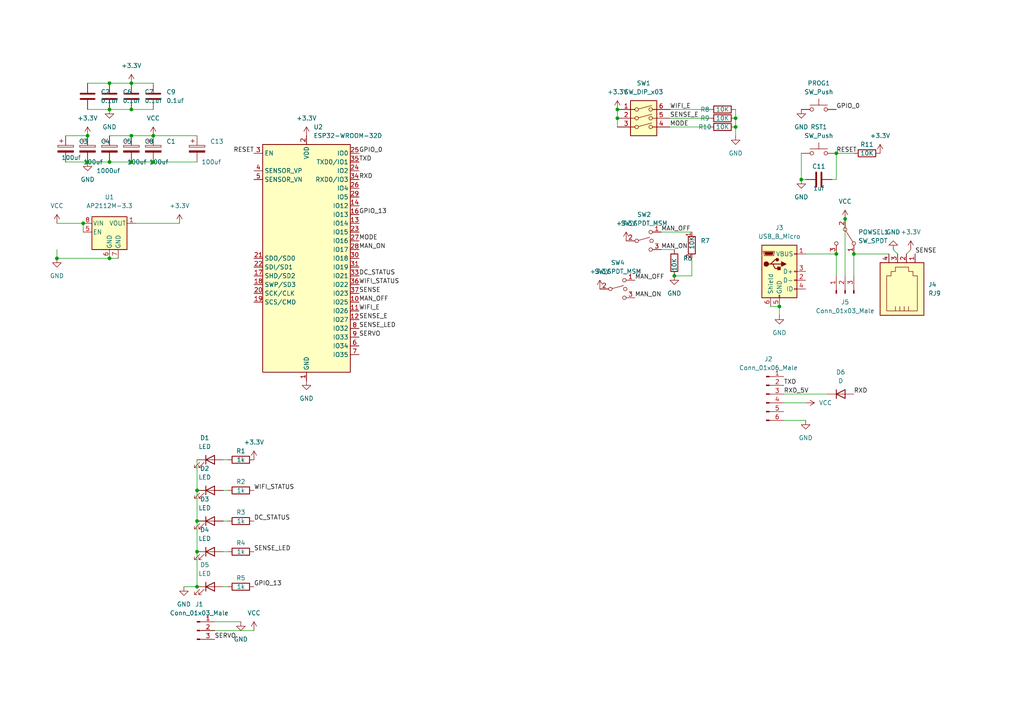
<source format=kicad_sch>
(kicad_sch (version 20211123) (generator eeschema)
  (paper "A4")
  (lib_symbols
    (symbol "Connector:Conn_01x03_Male" (pin_names (offset 1.016) hide)
      (property "Reference" "J" (at 0 5.08 0))
      (property "Value" "Conn_01x03_Male" (at 0 -5.08 0))
      (symbol "Conn_01x03_Male_1_1"
        (polyline (pts (xy 1.27 -2.54) (xy 0.8636 -2.54)) (stroke (width 0.1524)))
        (polyline (pts (xy 1.27 0) (xy 0.8636 0)) (stroke (width 0.1524)))
        (polyline (pts (xy 1.27 2.54) (xy 0.8636 2.54)) (stroke (width 0.1524)))
        (rectangle (start 0.8636 -2.413) (end 0 -2.667) (stroke (width 0.1524)) (fill (type outline)))
        (rectangle (start 0.8636 0.127) (end 0 -0.127) (stroke (width 0.1524)) (fill (type outline)))
        (rectangle (start 0.8636 2.667) (end 0 2.413) (stroke (width 0.1524)) (fill (type outline)))
        (pin passive line (at 5.08 2.54 180) (length 3.81) (name "Pin_1") (number "1"))
        (pin passive line (at 5.08 0 180) (length 3.81) (name "Pin_2") (number "2"))
        (pin passive line (at 5.08 -2.54 180) (length 3.81) (name "Pin_3") (number "3"))
      )
    )
    (symbol "Connector:Conn_01x06_Male" (pin_names (offset 1.016) hide)
      (property "Reference" "J" (at 0 7.62 0))
      (property "Value" "Conn_01x06_Male" (at 0 -10.16 0))
      (symbol "Conn_01x06_Male_1_1"
        (polyline (pts (xy 1.27 -7.62) (xy 0.8636 -7.62)) (stroke (width 0.1524)))
        (polyline (pts (xy 1.27 -5.08) (xy 0.8636 -5.08)) (stroke (width 0.1524)))
        (polyline (pts (xy 1.27 -2.54) (xy 0.8636 -2.54)) (stroke (width 0.1524)))
        (polyline (pts (xy 1.27 0) (xy 0.8636 0)) (stroke (width 0.1524)))
        (polyline (pts (xy 1.27 2.54) (xy 0.8636 2.54)) (stroke (width 0.1524)))
        (polyline (pts (xy 1.27 5.08) (xy 0.8636 5.08)) (stroke (width 0.1524)))
        (rectangle (start 0.8636 -7.493) (end 0 -7.747) (stroke (width 0.1524)) (fill (type outline)))
        (rectangle (start 0.8636 -4.953) (end 0 -5.207) (stroke (width 0.1524)) (fill (type outline)))
        (rectangle (start 0.8636 -2.413) (end 0 -2.667) (stroke (width 0.1524)) (fill (type outline)))
        (rectangle (start 0.8636 0.127) (end 0 -0.127) (stroke (width 0.1524)) (fill (type outline)))
        (rectangle (start 0.8636 2.667) (end 0 2.413) (stroke (width 0.1524)) (fill (type outline)))
        (rectangle (start 0.8636 5.207) (end 0 4.953) (stroke (width 0.1524)) (fill (type outline)))
        (pin passive line (at 5.08 5.08 180) (length 3.81) (name "Pin_1") (number "1"))
        (pin passive line (at 5.08 2.54 180) (length 3.81) (name "Pin_2") (number "2"))
        (pin passive line (at 5.08 0 180) (length 3.81) (name "Pin_3") (number "3"))
        (pin passive line (at 5.08 -2.54 180) (length 3.81) (name "Pin_4") (number "4"))
        (pin passive line (at 5.08 -5.08 180) (length 3.81) (name "Pin_5") (number "5"))
        (pin passive line (at 5.08 -7.62 180) (length 3.81) (name "Pin_6") (number "6"))
      )
    )
    (symbol "Connector:RJ9" (pin_names (offset 1.016))
      (property "Reference" "J" (at -5.08 8.89 0))
      (property "Value" "RJ9" (at 2.54 8.89 0))
      (symbol "RJ9_0_1"
        (polyline (pts (xy -6.35 -0.635) (xy -5.08 -0.635) (xy -5.08 -0.635)))
        (polyline (pts (xy -6.35 0.635) (xy -5.08 0.635) (xy -5.08 0.635)))
        (polyline (pts (xy -6.35 1.905) (xy -5.08 1.905) (xy -5.08 1.905)))
        (polyline (pts (xy -6.35 3.175) (xy -5.08 3.175) (xy -5.08 3.175)))
        (polyline (pts (xy -6.35 -3.175) (xy -6.35 5.715) (xy -1.27 5.715) (xy 3.81 5.715) (xy 3.81 4.445) (xy 5.08 4.445) (xy 5.08 3.175) (xy 6.35 3.175) (xy 6.35 -0.635) (xy 5.08 -0.635) (xy 5.08 -1.905) (xy 3.81 -1.905) (xy 3.81 -3.175) (xy -6.35 -3.175) (xy -6.35 -3.175)))
        (rectangle (start 7.62 7.62) (end -7.62 -5.08) (stroke (width 0.254)) (fill (type background)))
      )
      (symbol "RJ9_1_1"
        (pin passive line (at 10.16 -2.54 180) (length 2.54) (name "~") (number "1"))
        (pin passive line (at 10.16 0 180) (length 2.54) (name "~") (number "2"))
        (pin passive line (at 10.16 2.54 180) (length 2.54) (name "~") (number "3"))
        (pin passive line (at 10.16 5.08 180) (length 2.54) (name "~") (number "4"))
      )
    )
    (symbol "Connector:USB_B_Micro" (pin_names (offset 1.016))
      (property "Reference" "J" (at -5.08 11.43 0))
      (property "Value" "USB_B_Micro" (at -5.08 8.89 0))
      (symbol "USB_B_Micro_0_1"
        (rectangle (start -5.08 -7.62) (end 5.08 7.62) (stroke (width 0.254)) (fill (type background)))
        (circle (center -3.81 2.159) (radius 0.635) (stroke (width 0.254)) (fill (type outline)))
        (circle (center -0.635 3.429) (radius 0.381) (stroke (width 0.254)) (fill (type outline)))
        (rectangle (start -0.127 -7.62) (end 0.127 -6.858))
        (polyline (pts (xy -1.905 2.159) (xy 0.635 2.159)) (stroke (width 0.254)))
        (polyline (pts (xy -3.175 2.159) (xy -2.54 2.159) (xy -1.27 3.429) (xy -0.635 3.429)) (stroke (width 0.254)))
        (polyline (pts (xy -2.54 2.159) (xy -1.905 2.159) (xy -1.27 0.889) (xy 0 0.889)) (stroke (width 0.254)))
        (polyline (pts (xy 0.635 2.794) (xy 0.635 1.524) (xy 1.905 2.159) (xy 0.635 2.794)) (stroke (width 0.254)) (fill (type outline)))
        (polyline (pts (xy -4.318 5.588) (xy -1.778 5.588) (xy -2.032 4.826) (xy -4.064 4.826) (xy -4.318 5.588)) (fill (type outline)))
        (polyline (pts (xy -4.699 5.842) (xy -4.699 5.588) (xy -4.445 4.826) (xy -4.445 4.572) (xy -1.651 4.572) (xy -1.651 4.826) (xy -1.397 5.588) (xy -1.397 5.842) (xy -4.699 5.842)))
        (rectangle (start 0.254 1.27) (end -0.508 0.508) (stroke (width 0.254)) (fill (type outline)))
        (rectangle (start 5.08 -5.207) (end 4.318 -4.953))
        (rectangle (start 5.08 -2.667) (end 4.318 -2.413))
        (rectangle (start 5.08 -0.127) (end 4.318 0.127))
        (rectangle (start 5.08 4.953) (end 4.318 5.207))
      )
      (symbol "USB_B_Micro_1_1"
        (pin power_out line (at 7.62 5.08 180) (length 2.54) (name "VBUS") (number "1"))
        (pin bidirectional line (at 7.62 -2.54 180) (length 2.54) (name "D-") (number "2"))
        (pin bidirectional line (at 7.62 0 180) (length 2.54) (name "D+") (number "3"))
        (pin passive line (at 7.62 -5.08 180) (length 2.54) (name "ID") (number "4"))
        (pin power_out line (at 0 -10.16 90) (length 2.54) (name "GND") (number "5"))
        (pin passive line (at -2.54 -10.16 90) (length 2.54) (name "Shield") (number "6"))
      )
    )
    (symbol "Device:C" (pin_numbers hide) (pin_names (offset 0.254))
      (property "Reference" "C" (at 0.635 2.54 0))
      (property "Value" "C" (at 0.635 -2.54 0))
      (symbol "C_0_1"
        (polyline (pts (xy -2.032 -0.762) (xy 2.032 -0.762)) (stroke (width 0.508)))
        (polyline (pts (xy -2.032 0.762) (xy 2.032 0.762)) (stroke (width 0.508)))
      )
      (symbol "C_1_1"
        (pin passive line (at 0 3.81 270) (length 2.794) (name "~") (number "1"))
        (pin passive line (at 0 -3.81 90) (length 2.794) (name "~") (number "2"))
      )
    )
    (symbol "Device:C_Polarized" (pin_numbers hide) (pin_names (offset 0.254))
      (property "Reference" "C" (at 0.635 2.54 0))
      (property "Value" "C_Polarized" (at 0.635 -2.54 0))
      (symbol "C_Polarized_0_1"
        (rectangle (start -2.286 0.508) (end 2.286 1.016))
        (polyline (pts (xy -1.778 2.286) (xy -0.762 2.286)))
        (polyline (pts (xy -1.27 2.794) (xy -1.27 1.778)))
        (rectangle (start 2.286 -0.508) (end -2.286 -1.016) (fill (type outline)))
      )
      (symbol "C_Polarized_1_1"
        (pin passive line (at 0 3.81 270) (length 2.794) (name "~") (number "1"))
        (pin passive line (at 0 -3.81 90) (length 2.794) (name "~") (number "2"))
      )
    )
    (symbol "Device:D" (pin_numbers hide) (pin_names (offset 1.016) hide)
      (property "Reference" "D" (at 0 2.54 0))
      (property "Value" "D" (at 0 -2.54 0))
      (symbol "D_0_1"
        (polyline (pts (xy -1.27 1.27) (xy -1.27 -1.27)) (stroke (width 0.254)))
        (polyline (pts (xy 1.27 0) (xy -1.27 0)))
        (polyline (pts (xy 1.27 1.27) (xy 1.27 -1.27) (xy -1.27 0) (xy 1.27 1.27)) (stroke (width 0.254)))
      )
      (symbol "D_1_1"
        (pin passive line (at -3.81 0 0) (length 2.54) (name "K") (number "1"))
        (pin passive line (at 3.81 0 180) (length 2.54) (name "A") (number "2"))
      )
    )
    (symbol "Device:LED" (pin_numbers hide) (pin_names (offset 1.016) hide)
      (property "Reference" "D" (at 0 2.54 0))
      (property "Value" "LED" (at 0 -2.54 0))
      (symbol "LED_0_1"
        (polyline (pts (xy -1.27 -1.27) (xy -1.27 1.27)) (stroke (width 0.254)))
        (polyline (pts (xy -1.27 0) (xy 1.27 0)))
        (polyline (pts (xy 1.27 -1.27) (xy 1.27 1.27) (xy -1.27 0) (xy 1.27 -1.27)) (stroke (width 0.254)))
        (polyline (pts (xy -3.048 -0.762) (xy -4.572 -2.286) (xy -3.81 -2.286) (xy -4.572 -2.286) (xy -4.572 -1.524)))
        (polyline (pts (xy -1.778 -0.762) (xy -3.302 -2.286) (xy -2.54 -2.286) (xy -3.302 -2.286) (xy -3.302 -1.524)))
      )
      (symbol "LED_1_1"
        (pin passive line (at -3.81 0 0) (length 2.54) (name "K") (number "1"))
        (pin passive line (at 3.81 0 180) (length 2.54) (name "A") (number "2"))
      )
    )
    (symbol "Device:R" (pin_numbers hide) (pin_names (offset 0))
      (property "Reference" "R" (at 2.032 0 90))
      (property "Value" "R" (at 0 0 90))
      (symbol "R_0_1"
        (rectangle (start -1.016 -2.54) (end 1.016 2.54) (stroke (width 0.254)))
      )
      (symbol "R_1_1"
        (pin passive line (at 0 3.81 270) (length 1.27) (name "~") (number "1"))
        (pin passive line (at 0 -3.81 90) (length 1.27) (name "~") (number "2"))
      )
    )
    (symbol "RF_Module:ESP32-WROOM-32D"
      (property "Reference" "U" (at -12.7 34.29 0))
      (property "Value" "ESP32-WROOM-32D" (at 1.27 34.29 0))
      (symbol "ESP32-WROOM-32D_0_1"
        (rectangle (start -12.7 33.02) (end 12.7 -33.02) (stroke (width 0.254)) (fill (type background)))
      )
      (symbol "ESP32-WROOM-32D_1_1"
        (pin power_in line (at 0 -35.56 90) (length 2.54) (name "GND") (number "1"))
        (pin bidirectional line (at 15.24 -12.7 180) (length 2.54) (name "IO25") (number "10"))
        (pin bidirectional line (at 15.24 -15.24 180) (length 2.54) (name "IO26") (number "11"))
        (pin bidirectional line (at 15.24 -17.78 180) (length 2.54) (name "IO27") (number "12"))
        (pin bidirectional line (at 15.24 10.16 180) (length 2.54) (name "IO14") (number "13"))
        (pin bidirectional line (at 15.24 15.24 180) (length 2.54) (name "IO12") (number "14"))
        (pin passive line (at 0 -35.56 90) (length 2.54) hide (name "GND") (number "15"))
        (pin bidirectional line (at 15.24 12.7 180) (length 2.54) (name "IO13") (number "16"))
        (pin bidirectional line (at -15.24 -5.08 0) (length 2.54) (name "SHD/SD2") (number "17"))
        (pin bidirectional line (at -15.24 -7.62 0) (length 2.54) (name "SWP/SD3") (number "18"))
        (pin bidirectional line (at -15.24 -12.7 0) (length 2.54) (name "SCS/CMD") (number "19"))
        (pin power_in line (at 0 35.56 270) (length 2.54) (name "VDD") (number "2"))
        (pin bidirectional line (at -15.24 -10.16 0) (length 2.54) (name "SCK/CLK") (number "20"))
        (pin bidirectional line (at -15.24 0 0) (length 2.54) (name "SDO/SD0") (number "21"))
        (pin bidirectional line (at -15.24 -2.54 0) (length 2.54) (name "SDI/SD1") (number "22"))
        (pin bidirectional line (at 15.24 7.62 180) (length 2.54) (name "IO15") (number "23"))
        (pin bidirectional line (at 15.24 25.4 180) (length 2.54) (name "IO2") (number "24"))
        (pin bidirectional line (at 15.24 30.48 180) (length 2.54) (name "IO0") (number "25"))
        (pin bidirectional line (at 15.24 20.32 180) (length 2.54) (name "IO4") (number "26"))
        (pin bidirectional line (at 15.24 5.08 180) (length 2.54) (name "IO16") (number "27"))
        (pin bidirectional line (at 15.24 2.54 180) (length 2.54) (name "IO17") (number "28"))
        (pin bidirectional line (at 15.24 17.78 180) (length 2.54) (name "IO5") (number "29"))
        (pin input line (at -15.24 30.48 0) (length 2.54) (name "EN") (number "3"))
        (pin bidirectional line (at 15.24 0 180) (length 2.54) (name "IO18") (number "30"))
        (pin bidirectional line (at 15.24 -2.54 180) (length 2.54) (name "IO19") (number "31"))
        (pin no_connect line (at -12.7 -27.94 0) (length 2.54) hide (name "NC") (number "32"))
        (pin bidirectional line (at 15.24 -5.08 180) (length 2.54) (name "IO21") (number "33"))
        (pin bidirectional line (at 15.24 22.86 180) (length 2.54) (name "RXD0/IO3") (number "34"))
        (pin bidirectional line (at 15.24 27.94 180) (length 2.54) (name "TXD0/IO1") (number "35"))
        (pin bidirectional line (at 15.24 -7.62 180) (length 2.54) (name "IO22") (number "36"))
        (pin bidirectional line (at 15.24 -10.16 180) (length 2.54) (name "IO23") (number "37"))
        (pin passive line (at 0 -35.56 90) (length 2.54) hide (name "GND") (number "38"))
        (pin passive line (at 0 -35.56 90) (length 2.54) hide (name "GND") (number "39"))
        (pin input line (at -15.24 25.4 0) (length 2.54) (name "SENSOR_VP") (number "4"))
        (pin input line (at -15.24 22.86 0) (length 2.54) (name "SENSOR_VN") (number "5"))
        (pin input line (at 15.24 -25.4 180) (length 2.54) (name "IO34") (number "6"))
        (pin input line (at 15.24 -27.94 180) (length 2.54) (name "IO35") (number "7"))
        (pin bidirectional line (at 15.24 -20.32 180) (length 2.54) (name "IO32") (number "8"))
        (pin bidirectional line (at 15.24 -22.86 180) (length 2.54) (name "IO33") (number "9"))
      )
    )
    (symbol "R_1" (pin_names (offset 0))
      (property "Reference" "R" (at 2.032 0 90))
      (property "Value" "R_1" (at 0 0 90))
      (symbol "R_1_0_1"
        (rectangle (start -1.016 -2.54) (end 1.016 2.54) (stroke (width 0.254)))
      )
      (symbol "R_1_1_1"
        (pin passive line (at 0 3.81 270) (length 1.27) (name "~") (number "1"))
        (pin passive line (at 0 -3.81 90) (length 1.27) (name "~") (number "2"))
      )
    )
    (symbol "Regulator_Linear:AP2112K-3.3" (pin_names (offset 0.254))
      (property "Reference" "U?" (at 0 10.16 0))
      (property "Value" "AP2112M-3.3" (at 0 7.62 0))
      (symbol "AP2112K-3.3_0_1"
        (rectangle (start -5.08 4.445) (end 5.08 -5.08) (stroke (width 0.254)) (fill (type background)))
      )
      (symbol "AP2112K-3.3_1_1"
        (pin power_out line (at 7.62 2.54 180) (length 2.54) (name "VOUT") (number "1"))
        (pin no_connect line (at 5.08 0 180) (length 2.54) hide (name "NC") (number "4"))
        (pin input line (at -7.62 0 0) (length 2.54) (name "EN") (number "5"))
        (pin power_in line (at 0 -7.62 90) (length 2.54) (name "GND") (number "6"))
        (pin power_in line (at 2.54 -7.62 90) (length 2.54) (name "GND") (number "7"))
        (pin power_in line (at -7.62 2.54 0) (length 2.54) (name "VIN") (number "8"))
      )
    )
    (symbol "Switch:SW_DIP_x03" (pin_names (offset 0) hide)
      (property "Reference" "SW" (at 0 8.89 0))
      (property "Value" "SW_DIP_x03" (at 0 -3.81 0))
      (symbol "SW_DIP_x03_0_0"
        (circle (center -2.032 0) (radius 0.508))
        (circle (center -2.032 2.54) (radius 0.508))
        (circle (center -2.032 5.08) (radius 0.508))
        (polyline (pts (xy -1.524 0.127) (xy 2.3622 1.1684)))
        (polyline (pts (xy -1.524 2.667) (xy 2.3622 3.7084)))
        (polyline (pts (xy -1.524 5.207) (xy 2.3622 6.2484)))
        (circle (center 2.032 0) (radius 0.508))
        (circle (center 2.032 2.54) (radius 0.508))
        (circle (center 2.032 5.08) (radius 0.508))
      )
      (symbol "SW_DIP_x03_0_1"
        (rectangle (start -3.81 7.62) (end 3.81 -2.54) (stroke (width 0.254)) (fill (type background)))
      )
      (symbol "SW_DIP_x03_1_1"
        (pin passive line (at -7.62 5.08 0) (length 5.08) (name "~") (number "1"))
        (pin passive line (at -7.62 2.54 0) (length 5.08) (name "~") (number "2"))
        (pin passive line (at -7.62 0 0) (length 5.08) (name "~") (number "3"))
        (pin passive line (at 7.62 0 180) (length 5.08) (name "~") (number "4"))
        (pin passive line (at 7.62 2.54 180) (length 5.08) (name "~") (number "5"))
        (pin passive line (at 7.62 5.08 180) (length 5.08) (name "~") (number "6"))
      )
    )
    (symbol "Switch:SW_Push" (pin_numbers hide) (pin_names (offset 1.016) hide)
      (property "Reference" "SW" (at 1.27 2.54 0))
      (property "Value" "SW_Push" (at 0 -1.524 0))
      (symbol "SW_Push_0_1"
        (circle (center -2.032 0) (radius 0.508))
        (polyline (pts (xy 0 1.27) (xy 0 3.048)))
        (polyline (pts (xy 2.54 1.27) (xy -2.54 1.27)))
        (circle (center 2.032 0) (radius 0.508))
        (pin passive line (at -5.08 0 0) (length 2.54) (name "1") (number "1"))
        (pin passive line (at 5.08 0 180) (length 2.54) (name "2") (number "2"))
      )
    )
    (symbol "Switch:SW_SPDT" (pin_names (offset 0) hide)
      (property "Reference" "SW" (at 0 4.318 0))
      (property "Value" "SW_SPDT" (at 0 -5.08 0))
      (symbol "SW_SPDT_0_0"
        (circle (center -2.032 0) (radius 0.508))
        (circle (center 2.032 -2.54) (radius 0.508))
      )
      (symbol "SW_SPDT_0_1"
        (polyline (pts (xy -1.524 0.254) (xy 1.651 2.286)))
        (circle (center 2.032 2.54) (radius 0.508))
      )
      (symbol "SW_SPDT_1_1"
        (pin passive line (at 5.08 2.54 180) (length 2.54) (name "A") (number "1"))
        (pin passive line (at -5.08 0 0) (length 2.54) (name "B") (number "2"))
        (pin passive line (at 5.08 -2.54 180) (length 2.54) (name "C") (number "3"))
      )
    )
    (symbol "Switch:SW_SPDT_MSM" (pin_names (offset 0) hide)
      (property "Reference" "SW" (at 0 5.08 0))
      (property "Value" "SW_SPDT_MSM" (at 0 -5.08 0))
      (symbol "SW_SPDT_MSM_0_0"
        (circle (center -2.032 0) (radius 0.508))
        (polyline (pts (xy -1.524 0.127) (xy 1.778 1.016)))
        (circle (center 2.032 -2.54) (radius 0.508))
      )
      (symbol "SW_SPDT_MSM_0_1"
        (circle (center 2.032 2.54) (radius 0.508))
        (circle (center 2.286 0) (radius 0.508))
      )
      (symbol "SW_SPDT_MSM_1_1"
        (pin passive line (at 5.08 2.54 180) (length 2.54) (name "1") (number "1"))
        (pin passive line (at -5.08 0 0) (length 2.54) (name "2") (number "2"))
        (pin passive line (at 5.08 -2.54 180) (length 2.54) (name "3") (number "3"))
      )
    )
    (symbol "power:+3.3V" (power) (pin_names (offset 0))
      (property "Value" "+3.3V" (at 0 3.556 0))
      (symbol "+3.3V_0_1"
        (polyline (pts (xy -0.762 1.27) (xy 0 2.54)))
        (polyline (pts (xy 0 0) (xy 0 2.54)))
        (polyline (pts (xy 0 2.54) (xy 0.762 1.27)))
      )
      (symbol "+3.3V_1_1"
        (pin power_in line (at 0 0 90) (length 0) hide (name "+3.3V") (number "1"))
      )
    )
    (symbol "power:GND" (power) (pin_names (offset 0))
      (property "Value" "GND" (at 0 -3.81 0))
      (symbol "GND_0_1"
        (polyline (pts (xy 0 0) (xy 0 -1.27) (xy 1.27 -1.27) (xy 0 -2.54) (xy -1.27 -1.27) (xy 0 -1.27)))
      )
      (symbol "GND_1_1"
        (pin power_in line (at 0 0 270) (length 0) hide (name "GND") (number "1"))
      )
    )
    (symbol "power:VCC" (power) (pin_names (offset 0))
      (property "Value" "VCC" (at 0 3.81 0))
      (symbol "VCC_0_1"
        (polyline (pts (xy -0.762 1.27) (xy 0 2.54)))
        (polyline (pts (xy 0 0) (xy 0 2.54)))
        (polyline (pts (xy 0 2.54) (xy 0.762 1.27)))
      )
      (symbol "VCC_1_1"
        (pin power_in line (at 0 0 90) (length 0) hide (name "VCC") (number "1"))
      )
    )
  )
  (junction (at 31.75 31.75))
  (junction (at 57.15 142.24))
  (junction (at 44.45 46.99))
  (junction (at 57.15 151.13))
  (junction (at 31.75 24.13))
  (junction (at 245.11 63.5))
  (junction (at 195.58 80.01))
  (junction (at 38.1 46.99))
  (junction (at 24.13 64.77))
  (junction (at 57.15 170.18))
  (junction (at 25.4 39.37))
  (junction (at 38.1 31.75))
  (junction (at 38.1 39.37))
  (junction (at 247.65 73.66))
  (junction (at 31.75 46.99))
  (junction (at 232.41 52.07))
  (junction (at 31.75 74.93))
  (junction (at 242.57 73.66))
  (junction (at 179.07 34.29))
  (junction (at 213.36 36.83))
  (junction (at 213.36 34.29))
  (junction (at 44.45 39.37))
  (junction (at 38.1 24.13))
  (junction (at 226.06 88.9))
  (junction (at 242.57 44.45))
  (junction (at 57.15 160.02))
  (junction (at 25.4 46.99))
  (junction (at 179.07 31.75))
  (junction (at 16.51 74.93))
  (wire (pts (xy 38.1 39.37) (xy 44.45 39.37)))
  (wire (pts (xy 31.75 39.37) (xy 38.1 39.37)))
  (wire (pts (xy 223.52 88.9) (xy 226.06 88.9)))
  (wire (pts (xy 25.4 46.99) (xy 31.75 46.99)))
  (wire (pts (xy 264.16 72.39) (xy 262.89 73.66)))
  (wire (pts (xy 247.65 73.66) (xy 257.81 73.66)))
  (wire (pts (xy 191.77 72.39) (xy 195.58 72.39)))
  (wire (pts (xy 19.05 46.99) (xy 25.4 46.99)))
  (wire (pts (xy 25.4 31.75) (xy 31.75 31.75)))
  (wire (pts (xy 64.77 170.18) (xy 66.04 170.18)))
  (wire (pts (xy 227.33 121.92) (xy 233.68 121.92)))
  (wire (pts (xy 44.45 39.37) (xy 57.15 39.37)))
  (wire (pts (xy 38.1 24.13) (xy 44.45 24.13)))
  (wire (pts (xy 64.77 133.35) (xy 66.04 133.35)))
  (wire (pts (xy 179.07 34.29) (xy 179.07 36.83)))
  (wire (pts (xy 25.4 24.13) (xy 31.75 24.13)))
  (wire (pts (xy 245.11 63.5) (xy 245.11 80.01)))
  (wire (pts (xy 16.51 64.77) (xy 24.13 64.77)))
  (wire (pts (xy 24.13 64.77) (xy 24.13 67.31)))
  (wire (pts (xy 195.58 80.01) (xy 200.66 80.01)))
  (wire (pts (xy 232.41 44.45) (xy 232.41 52.07)))
  (wire (pts (xy 64.77 160.02) (xy 66.04 160.02)))
  (wire (pts (xy 213.36 34.29) (xy 213.36 36.83)))
  (wire (pts (xy 194.31 31.75) (xy 205.74 31.75)))
  (wire (pts (xy 232.41 52.07) (xy 233.68 52.07)))
  (wire (pts (xy 227.33 116.84) (xy 233.68 116.84)))
  (wire (pts (xy 16.51 72.39) (xy 16.51 74.93)))
  (wire (pts (xy 38.1 46.99) (xy 44.45 46.99)))
  (wire (pts (xy 62.23 180.34) (xy 69.85 180.34)))
  (wire (pts (xy 227.33 114.3) (xy 240.03 114.3)))
  (wire (pts (xy 213.36 36.83) (xy 213.36 39.37)))
  (wire (pts (xy 44.45 46.99) (xy 57.15 46.99)))
  (wire (pts (xy 57.15 133.35) (xy 57.15 142.24)))
  (wire (pts (xy 62.23 182.88) (xy 73.66 182.88)))
  (wire (pts (xy 57.15 142.24) (xy 57.15 151.13)))
  (wire (pts (xy 57.15 151.13) (xy 57.15 160.02)))
  (wire (pts (xy 16.51 74.93) (xy 31.75 74.93)))
  (wire (pts (xy 39.37 64.77) (xy 52.07 64.77)))
  (wire (pts (xy 194.31 34.29) (xy 205.74 34.29)))
  (wire (pts (xy 53.34 170.18) (xy 57.15 170.18)))
  (wire (pts (xy 57.15 160.02) (xy 57.15 170.18)))
  (wire (pts (xy 242.57 44.45) (xy 247.65 44.45)))
  (wire (pts (xy 64.77 151.13) (xy 66.04 151.13)))
  (wire (pts (xy 31.75 31.75) (xy 38.1 31.75)))
  (wire (pts (xy 64.77 142.24) (xy 66.04 142.24)))
  (wire (pts (xy 38.1 31.75) (xy 44.45 31.75)))
  (wire (pts (xy 191.77 67.31) (xy 200.66 67.31)))
  (wire (pts (xy 200.66 80.01) (xy 200.66 74.93)))
  (wire (pts (xy 194.31 36.83) (xy 205.74 36.83)))
  (wire (pts (xy 233.68 73.66) (xy 242.57 73.66)))
  (wire (pts (xy 226.06 88.9) (xy 226.06 91.44)))
  (wire (pts (xy 213.36 31.75) (xy 213.36 34.29)))
  (wire (pts (xy 247.65 73.66) (xy 247.65 80.01)))
  (wire (pts (xy 31.75 24.13) (xy 38.1 24.13)))
  (wire (pts (xy 259.08 72.39) (xy 260.35 73.66)))
  (wire (pts (xy 31.75 46.99) (xy 38.1 46.99)))
  (wire (pts (xy 242.57 73.66) (xy 242.57 80.01)))
  (wire (pts (xy 179.07 31.75) (xy 179.07 34.29)))
  (wire (pts (xy 242.57 52.07) (xy 242.57 44.45)))
  (wire (pts (xy 31.75 74.93) (xy 34.29 74.93)))
  (wire (pts (xy 19.05 39.37) (xy 25.4 39.37)))
  (wire (pts (xy 241.3 52.07) (xy 242.57 52.07)))
  (label "RESET" (at 242.57 44.45 0))
  (label "GPIO_13" (at 73.66 170.18 0))
  (label "SENSE_E" (at 104.14 92.71 0))
  (label "MODE" (at 194.31 36.83 0))
  (label "TXD" (at 104.14 46.99 0))
  (label "WIFI_E" (at 194.31 31.75 0))
  (label "WIFI_STATUS" (at 104.14 82.55 0))
  (label "GPIO_0" (at 242.57 31.75 0))
  (label "TXD" (at 227.33 111.76 0))
  (label "RXD" (at 247.65 114.3 0))
  (label "SENSE_E" (at 194.31 34.29 0))
  (label "SERVO" (at 104.14 97.79 0))
  (label "RESET" (at 73.66 44.45 180))
  (label "RXD_5V" (at 227.33 114.3 0))
  (label "SENSE" (at 104.14 85.09 0))
  (label "MAN_OFF" (at 191.77 67.31 0))
  (label "WIFI_STATUS" (at 73.66 142.24 0))
  (label "SENSE" (at 265.43 73.66 0))
  (label "MAN_ON" (at 184.15 86.36 0))
  (label "MODE" (at 104.14 69.85 0))
  (label "MAN_OFF" (at 184.15 81.28 0))
  (label "GPIO_0" (at 104.14 44.45 0))
  (label "DC_STATUS" (at 104.14 80.01 0))
  (label "GPIO_13" (at 104.14 62.23 0))
  (label "MAN_ON" (at 191.77 72.39 0))
  (label "MAN_ON" (at 104.14 72.39 0))
  (label "SENSE_LED" (at 73.66 160.02 0))
  (label "MAN_OFF" (at 104.14 87.63 0))
  (label "WIFI_E" (at 104.14 90.17 0))
  (label "SENSE_LED" (at 104.14 95.25 0))
  (label "RXD" (at 104.14 52.07 0))
  (label "DC_STATUS" (at 73.66 151.13 0))
  (label "SERVO" (at 62.23 185.42 0))
  (symbol (lib_id "power:GND") (at 31.75 31.75 0) (unit 1)
    (property "Reference" "#PWR0109" (effects hide))
    (property "Value" "GND" (at 31.75 36.83 0))
  )
  (symbol (lib_id "Device:C") (at 25.4 27.94 0) (unit 1)
    (property "Reference" "C2" (at 29.21 26.6699 0) (effects (justify left)))
    (property "Value" "0.1uf" (at 29.21 29.2099 0) (effects (justify left)))
    (property "Footprint" "Capacitor_SMD:C_1206_3216Metric_Pad1.33x1.80mm_HandSolder" (effects hide))
  )
  (symbol (lib_id "Device:R") (at 251.46 44.45 90) (unit 1)
    (property "Reference" "R11" (at 251.46 41.91 90))
    (property "Value" "10K" (at 251.46 44.45 90))
    (property "Footprint" "Resistor_SMD:R_1206_3216Metric_Pad1.30x1.75mm_HandSolder" (effects hide))
  )
  (symbol (lib_id "Device:LED") (at 60.96 170.18 0) (unit 1)
    (property "Reference" "D5" (at 59.3725 163.83 0))
    (property "Value" "LED" (at 59.3725 166.37 0))
    (property "Footprint" "LED_SMD:LED_1206_3216Metric_Pad1.42x1.75mm_HandSolder" (effects hide))
  )
  (symbol (lib_id "Switch:SW_Push") (at 237.49 31.75 0) (unit 1)
    (property "Reference" "PROG1" (at 237.49 24.13 0))
    (property "Value" "SW_Push" (at 237.49 26.67 0))
    (property "Footprint" "projectLib:pb CKN12301-ND" (effects hide))
    (property "PartNum" "CKN12301-ND" (effects hide))
  )
  (symbol (lib_id "power:GND") (at 213.36 39.37 0) (unit 1)
    (property "Reference" "#PWR0107" (effects hide))
    (property "Value" "GND" (at 213.36 44.45 0))
  )
  (symbol (lib_id "Device:C") (at 38.1 27.94 0) (unit 1)
    (property "Reference" "C7" (at 41.91 26.6699 0) (effects (justify left)))
    (property "Value" "0.1uf" (at 41.91 29.2099 0) (effects (justify left)))
    (property "Footprint" "Capacitor_SMD:C_1206_3216Metric_Pad1.33x1.80mm_HandSolder" (effects hide))
  )
  (symbol (lib_id "power:GND") (at 232.41 52.07 0) (unit 1)
    (property "Reference" "#PWR0117" (effects hide))
    (property "Value" "GND" (at 232.41 57.15 0))
  )
  (symbol (lib_id "power:GND") (at 53.34 170.18 0) (unit 1)
    (property "Reference" "#PWR0125" (effects hide))
    (property "Value" "GND" (at 53.34 175.26 0))
  )
  (symbol (lib_id "power:+3.3V") (at 255.27 44.45 0) (unit 1)
    (property "Reference" "#PWR0122" (effects hide))
    (property "Value" "+3.3V" (at 255.27 39.37 0))
  )
  (symbol (lib_id "power:GND") (at 195.58 80.01 0) (unit 1)
    (property "Reference" "#PWR0105" (effects hide))
    (property "Value" "GND" (at 195.58 85.09 0))
  )
  (symbol (lib_id "power:VCC") (at 73.66 182.88 0) (unit 1)
    (property "Reference" "#PWR0126" (effects hide))
    (property "Value" "VCC" (at 73.66 177.8 0))
  )
  (symbol (lib_id "power:+3.3V") (at 38.1 24.13 0) (unit 1)
    (property "Reference" "#PWR0115" (effects hide))
    (property "Value" "+3.3V" (at 38.1 19.05 0))
  )
  (symbol (lib_id "power:+3.3V") (at 88.9 39.37 0) (unit 1)
    (property "Reference" "#PWR0103" (effects hide))
    (property "Value" "+3.3V" (at 88.9 34.29 0))
  )
  (symbol (lib_id "Device:R") (at 69.85 170.18 90) (unit 1)
    (property "Reference" "R5" (at 69.85 167.64 90))
    (property "Value" "1k" (at 69.85 170.18 90))
    (property "Footprint" "Resistor_SMD:R_1206_3216Metric_Pad1.30x1.75mm_HandSolder" (effects hide))
  )
  (symbol (lib_id "power:VCC") (at 233.68 116.84 270) (unit 1)
    (property "Reference" "#PWR0124" (effects hide))
    (property "Value" "VCC" (at 237.49 116.8399 90) (effects (justify left)))
  )
  (symbol (lib_id "Device:R") (at 209.55 34.29 90) (unit 1)
    (property "Reference" "R9" (at 204.47 34.29 90))
    (property "Value" "10K" (at 209.55 34.29 90))
    (property "Footprint" "Resistor_SMD:R_1206_3216Metric_Pad1.30x1.75mm_HandSolder" (effects hide))
  )
  (symbol (lib_id "power:GND") (at 233.68 121.92 0) (unit 1)
    (property "Reference" "#PWR0123" (effects hide))
    (property "Value" "GND" (at 233.68 127 0))
  )
  (symbol (lib_id "Connector:Conn_01x06_Male") (at 222.25 114.3 0) (unit 1)
    (property "Reference" "J2" (at 222.885 104.14 0))
    (property "Value" "Conn_01x06_Male" (at 222.885 106.68 0))
    (property "Footprint" "00_Adams_footprints:PinHeader_1x06, .1in Lock" (effects hide))
  )
  (symbol (lib_id "Device:R") (at 69.85 151.13 90) (unit 1)
    (property "Reference" "R3" (at 69.85 148.59 90))
    (property "Value" "1k" (at 69.85 151.13 90))
    (property "Footprint" "Resistor_SMD:R_1206_3216Metric_Pad1.30x1.75mm_HandSolder" (effects hide))
  )
  (symbol (lib_id "power:+3.3V") (at 264.16 72.39 0) (unit 1)
    (property "Reference" "#PWR0120" (effects hide))
    (property "Value" "+3.3V" (at 264.16 67.31 0))
  )
  (symbol (lib_id "Device:C_Polarized") (at 44.45 43.18 0) (unit 1)
    (property "Reference" "C1" (at 48.26 41.0209 0) (effects (justify left)))
    (property "Value" "100uf" (at 43.18 46.99 0) (effects (justify left)))
    (property "Footprint" "Capacitor_THT:CP_Radial_D5.0mm_P2.50mm" (effects hide))
  )
  (symbol (lib_id "Device:LED") (at 60.96 151.13 0) (unit 1)
    (property "Reference" "D3" (at 59.3725 144.78 0))
    (property "Value" "LED" (at 59.3725 147.32 0))
    (property "Footprint" "LED_SMD:LED_1206_3216Metric_Pad1.42x1.75mm_HandSolder" (effects hide))
  )
  (symbol (lib_id "power:GND") (at 259.08 72.39 180) (unit 1)
    (property "Reference" "#PWR0121" (effects hide))
    (property "Value" "GND" (at 259.08 67.31 0))
  )
  (symbol (lib_id "power:GND") (at 69.85 180.34 0) (unit 1)
    (property "Reference" "#PWR0127" (effects hide))
    (property "Value" "GND" (at 69.85 185.42 0))
  )
  (symbol (lib_id "Device:D") (at 243.84 114.3 0) (unit 1)
    (property "Reference" "D6" (at 243.84 107.95 0))
    (property "Value" "D" (at 243.84 110.49 0))
    (property "Footprint" "Diode_THT:D_DO-41_SOD81_P3.81mm_Vertical_AnodeUp" (effects hide))
  )
  (symbol (lib_id "Connector:Conn_01x03_Male") (at 245.11 85.09 90) (unit 1)
    (property "Reference" "J5" (at 245.11 87.63 90))
    (property "Value" "Conn_01x03_Male" (at 245.11 90.17 90))
    (property "Footprint" "00_Adams_footprints:PinHeader_1x03_0.1in lock" (effects hide))
  )
  (symbol (lib_id "power:VCC") (at 245.11 63.5 0) (unit 1)
    (property "Reference" "#PWR0116" (effects hide))
    (property "Value" "VCC" (at 245.11 58.42 0))
  )
  (symbol (lib_id "Device:C_Polarized") (at 25.4 43.18 0) (unit 1)
    (property "Reference" "C4" (at 29.21 41.0209 0) (effects (justify left)))
    (property "Value" "100uf" (at 24.13 46.99 0) (effects (justify left)))
    (property "Footprint" "Capacitor_THT:CP_Radial_D5.0mm_P2.50mm" (effects hide))
  )
  (symbol (lib_id "Device:R") (at 209.55 36.83 90) (unit 1)
    (property "Reference" "R10" (at 204.47 36.83 90))
    (property "Value" "10K" (at 209.55 36.83 90))
    (property "Footprint" "Resistor_SMD:R_1206_3216Metric_Pad1.30x1.75mm_HandSolder" (effects hide))
  )
  (symbol (lib_name "R_1") (lib_id "Device:R") (at 200.66 71.12 0) (unit 1)
    (property "Reference" "R7" (at 203.2 69.8499 0) (effects (justify left)))
    (property "Value" "10K" (at 200.66 72.39 90) (effects (justify left)))
    (property "Footprint" "Resistor_SMD:R_1206_3216Metric_Pad1.30x1.75mm_HandSolder" (effects hide))
  )
  (symbol (lib_id "RF_Module:ESP32-WROOM-32D") (at 88.9 74.93 0) (unit 1)
    (property "Reference" "U2" (at 90.9194 36.83 0) (effects (justify left)))
    (property "Value" "ESP32-WROOM-32D" (at 90.9194 39.37 0) (effects (justify left)))
    (property "Footprint" "00_Adams_footprints:ESP32-WROOM-32" (effects hide))
    (property "Datasheet" "https://www.espressif.com/sites/default/files/documentation/esp32-wroom-32d_esp32-wroom-32u_datasheet_en.pdf" (effects hide))
    (property "PartNum" "1965-ESP32-WROOM-32E-H4CT-ND" (effects hide))
  )
  (symbol (lib_id "Device:R") (at 69.85 133.35 90) (unit 1)
    (property "Reference" "R1" (at 69.85 130.81 90))
    (property "Value" "1k" (at 69.85 133.35 90))
    (property "Footprint" "Resistor_SMD:R_1206_3216Metric_Pad1.30x1.75mm_HandSolder" (effects hide))
  )
  (symbol (lib_id "Switch:SW_Push") (at 237.49 44.45 0) (unit 1)
    (property "Reference" "RST1" (at 237.49 36.83 0))
    (property "Value" "SW_Push" (at 237.49 39.37 0))
    (property "Footprint" "projectLib:pb CKN12301-ND" (effects hide))
    (property "PartNum" "CKN12301-ND" (effects hide))
  )
  (symbol (lib_id "Device:C_Polarized") (at 31.75 43.18 0) (unit 1)
    (property "Reference" "C5" (at 35.56 41.0209 0) (effects (justify left)))
    (property "Value" "1000uf" (at 27.94 49.53 0) (effects (justify left)))
    (property "Footprint" "Capacitor_THT:CP_Radial_D12.5mm_P5.00mm" (effects hide))
  )
  (symbol (lib_id "Device:C") (at 44.45 27.94 0) (unit 1)
    (property "Reference" "C9" (at 48.26 26.6699 0) (effects (justify left)))
    (property "Value" "0.1uf" (at 48.26 29.2099 0) (effects (justify left)))
    (property "Footprint" "Capacitor_SMD:C_1206_3216Metric_Pad1.33x1.80mm_HandSolder" (effects hide))
  )
  (symbol (lib_id "Switch:SW_SPDT_MSM") (at 179.07 83.82 0) (unit 1)
    (property "Reference" "SW4" (at 179.197 76.2 0))
    (property "Value" "SW_SPDT_MSM" (at 179.197 78.74 0))
    (property "Footprint" "00_Adams_footprints:400AWMSP3R1BLKM6QE rocker" (effects hide))
    (property "PartNum" "400AWMSP3R1BLKM6QE-ND" (effects hide))
  )
  (symbol (lib_id "Connector:USB_B_Micro") (at 226.06 78.74 0) (unit 1)
    (property "Reference" "J3" (at 226.06 66.04 0))
    (property "Value" "USB_B_Micro" (at 226.06 68.58 0))
    (property "Footprint" "projectLib:usb" (effects hide))
    (property "PartNum" "54-00019T-ND" (effects hide))
  )
  (symbol (lib_id "power:GND") (at 88.9 110.49 0) (unit 1)
    (property "Reference" "#PWR0102" (effects hide))
    (property "Value" "GND" (at 88.9 115.57 0))
  )
  (symbol (lib_id "power:VCC") (at 16.51 64.77 0) (unit 1)
    (property "Reference" "#PWR0112" (effects hide))
    (property "Value" "VCC" (at 16.51 59.69 0))
  )
  (symbol (lib_id "power:GND") (at 25.4 46.99 0) (unit 1)
    (property "Reference" "#PWR0114" (effects hide))
    (property "Value" "GND" (at 25.4 52.07 0))
  )
  (symbol (lib_id "Device:R") (at 195.58 76.2 0) (unit 1)
    (property "Reference" "R6" (at 198.12 74.9299 0) (effects (justify left)))
    (property "Value" "10K" (at 195.58 78.74 90) (effects (justify left)))
    (property "Footprint" "Resistor_SMD:R_1206_3216Metric_Pad1.30x1.75mm_HandSolder" (effects hide))
  )
  (symbol (lib_id "Device:C") (at 237.49 52.07 90) (unit 1)
    (property "Reference" "C11" (at 237.49 48.26 90))
    (property "Value" "1uf" (at 237.49 54.61 90))
    (property "Footprint" "Capacitor_SMD:C_1206_3216Metric_Pad1.33x1.80mm_HandSolder" (effects hide))
  )
  (symbol (lib_id "power:+3.3V") (at 73.66 133.35 0) (unit 1)
    (property "Reference" "#PWR0101" (effects hide))
    (property "Value" "+3.3V" (at 73.66 128.27 0))
  )
  (symbol (lib_id "power:VCC") (at 44.45 39.37 0) (unit 1)
    (property "Reference" "#PWR0111" (effects hide))
    (property "Value" "VCC" (at 44.45 34.29 0))
  )
  (symbol (lib_id "power:+3.3V") (at 181.61 69.85 0) (unit 1)
    (property "Reference" "#PWR0108" (effects hide))
    (property "Value" "+3.3V" (at 181.61 64.77 0))
  )
  (symbol (lib_id "Device:R") (at 69.85 160.02 90) (unit 1)
    (property "Reference" "R4" (at 69.85 157.48 90))
    (property "Value" "1k" (at 69.85 160.02 90))
    (property "Footprint" "Resistor_SMD:R_1206_3216Metric_Pad1.30x1.75mm_HandSolder" (effects hide))
  )
  (symbol (lib_id "Device:LED") (at 60.96 142.24 0) (unit 1)
    (property "Reference" "D2" (at 59.3725 135.89 0))
    (property "Value" "LED" (at 59.3725 138.43 0))
    (property "Footprint" "LED_SMD:LED_1206_3216Metric_Pad1.42x1.75mm_HandSolder" (effects hide))
  )
  (symbol (lib_id "Connector:Conn_01x03_Male") (at 57.15 182.88 0) (unit 1)
    (property "Reference" "J1" (at 57.785 175.26 0))
    (property "Value" "Conn_01x03_Male" (at 57.785 177.8 0))
    (property "Footprint" "00_Adams_footprints:PinHeader_1x03_0.1in lock" (effects hide))
  )
  (symbol (lib_id "Switch:SW_SPDT_MSM") (at 186.69 69.85 0) (unit 1)
    (property "Reference" "SW2" (at 186.817 62.23 0))
    (property "Value" "SW_SPDT_MSM" (at 186.817 64.77 0))
    (property "Footprint" "00_Adams_footprints:BST13T1AVR" (effects hide))
    (property "PartNum" "2449-BST13T1AVR-ND" (effects hide))
  )
  (symbol (lib_id "power:+3.3V") (at 179.07 31.75 0) (unit 1)
    (property "Reference" "#PWR0106" (effects hide))
    (property "Value" "+3.3V" (at 179.07 26.67 0))
  )
  (symbol (lib_id "power:+3.3V") (at 173.99 83.82 0) (unit 1)
    (property "Reference" "#PWR0128" (effects hide))
    (property "Value" "+3.3V" (at 173.99 78.74 0))
  )
  (symbol (lib_id "Device:C") (at 31.75 27.94 0) (unit 1)
    (property "Reference" "C6" (at 35.56 26.6699 0) (effects (justify left)))
    (property "Value" "0.1uf" (at 35.56 29.2099 0) (effects (justify left)))
    (property "Footprint" "Capacitor_SMD:C_1206_3216Metric_Pad1.33x1.80mm_HandSolder" (effects hide))
  )
  (symbol (lib_id "Connector:RJ9") (at 262.89 83.82 90) (unit 1)
    (property "Reference" "J4" (at 269.24 82.5499 90) (effects (justify right)))
    (property "Value" "RJ9" (at 269.24 85.0899 90) (effects (justify right)))
    (property "Footprint" "projectLib:modjack" (effects hide))
    (property "PartNum" "AE10381-ND" (effects hide))
  )
  (symbol (lib_id "power:GND") (at 232.41 31.75 0) (unit 1)
    (property "Reference" "#PWR0119" (effects hide))
    (property "Value" "GND" (at 232.41 36.83 0))
  )
  (symbol (lib_id "Device:LED") (at 60.96 160.02 0) (unit 1)
    (property "Reference" "D4" (at 59.3725 153.67 0))
    (property "Value" "LED" (at 59.3725 156.21 0))
    (property "Footprint" "LED_SMD:LED_1206_3216Metric_Pad1.42x1.75mm_HandSolder" (effects hide))
  )
  (symbol (lib_id "Device:C_Polarized") (at 19.05 43.18 0) (unit 1)
    (property "Reference" "C3" (at 22.86 41.0209 0) (effects (justify left)))
    (property "Value" "100uf" (at 17.78 45.72 0) (effects (justify left)))
    (property "Footprint" "Capacitor_THT:CP_Radial_D5.0mm_P2.50mm" (effects hide))
  )
  (symbol (lib_id "Device:LED") (at 60.96 133.35 0) (unit 1)
    (property "Reference" "D1" (at 59.3725 127 0))
    (property "Value" "LED" (at 59.3725 129.54 0))
    (property "Footprint" "LED_SMD:LED_1206_3216Metric_Pad1.42x1.75mm_HandSolder" (effects hide))
  )
  (symbol (lib_id "power:+3.3V") (at 25.4 39.37 0) (unit 1)
    (property "Reference" "#PWR0110" (effects hide))
    (property "Value" "+3.3V" (at 25.4 34.29 0))
  )
  (symbol (lib_id "power:GND") (at 226.06 91.44 0) (unit 1)
    (property "Reference" "#PWR0118" (effects hide))
    (property "Value" "GND" (at 226.06 96.52 0))
  )
  (symbol (lib_id "Switch:SW_DIP_x03") (at 186.69 36.83 0) (unit 1)
    (property "Reference" "SW1" (at 186.69 24.13 0))
    (property "Value" "SW_DIP_x03" (at 186.69 26.67 0))
    (property "Footprint" "Button_Switch_THT:SW_DIP_SPSTx03_Slide_6.7x9.18mm_W7.62mm_P2.54mm_LowProfile" (effects hide))
    (property "PartNum" "CT2103MS-ND" (effects hide))
  )
  (symbol (lib_id "Regulator_Linear:AP2112K-3.3") (at 31.75 67.31 0) (unit 1)
    (property "Reference" "U1" (at 31.75 57.15 0))
    (property "Value" "AP2112M-3.3" (at 31.75 59.69 0))
    (property "Footprint" "Package_SO:Diodes_SO-8EP" (effects hide))
    (property "Datasheet" "https://www.diodes.com/assets/Datasheets/AP2112.pdf" (effects hide))
    (property "PartNum" "AP2112M-3.3TRG1DICT-ND" (effects hide))
  )
  (symbol (lib_id "Device:C_Polarized") (at 38.1 43.18 0) (unit 1)
    (property "Reference" "C8" (at 41.91 41.0209 0) (effects (justify left)))
    (property "Value" "100uf" (at 36.83 46.99 0) (effects (justify left)))
    (property "Footprint" "Capacitor_THT:CP_Radial_D5.0mm_P2.50mm" (effects hide))
  )
  (symbol (lib_id "power:GND") (at 16.51 74.93 0) (unit 1)
    (property "Reference" "#PWR0113" (effects hide))
    (property "Value" "GND" (at 16.51 80.01 0))
  )
  (symbol (lib_id "Device:C_Polarized") (at 57.15 43.18 0) (unit 1)
    (property "Reference" "C13" (at 60.96 41.0209 0) (effects (justify left)))
    (property "Value" "100uf" (at 58.42 46.99 0) (effects (justify left)))
    (property "Footprint" "Capacitor_THT:CP_Radial_D5.0mm_P2.50mm" (effects hide))
  )
  (symbol (lib_id "power:+3.3V") (at 52.07 64.77 0) (unit 1)
    (property "Reference" "#PWR0104" (effects hide))
    (property "Value" "+3.3V" (at 52.07 59.69 0))
  )
  (symbol (lib_id "Device:R") (at 209.55 31.75 90) (unit 1)
    (property "Reference" "R8" (at 204.47 31.75 90))
    (property "Value" "10K" (at 209.55 31.75 90))
    (property "Footprint" "Resistor_SMD:R_1206_3216Metric_Pad1.30x1.75mm_HandSolder" (effects hide))
  )
  (symbol (lib_id "Device:R") (at 69.85 142.24 90) (unit 1)
    (property "Reference" "R2" (at 69.85 139.7 90))
    (property "Value" "1k" (at 69.85 142.24 90))
    (property "Footprint" "Resistor_SMD:R_1206_3216Metric_Pad1.30x1.75mm_HandSolder" (effects hide))
  )
  (symbol (lib_id "Switch:SW_SPDT") (at 245.11 68.58 270) (unit 1) (in_bom no) (on_board no)
    (property "Reference" "POWSEL1" (at 248.92 67.3099 90) (effects (justify left)))
    (property "Value" "SW_SPDT" (at 248.92 69.8499 90) (effects (justify left)))
    (property "Footprint" "projectLib:EG1224" (effects hide))
  )
)
</source>
